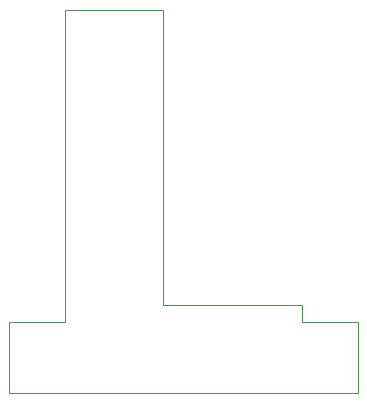
<source format=gm1>
G04 #@! TF.FileFunction,Profile,NP*
%FSLAX46Y46*%
G04 Gerber Fmt 4.6, Leading zero omitted, Abs format (unit mm)*
G04 Created by KiCad (PCBNEW 4.0.0-rc2-stable) date 3/3/2016 3:45:44 PM*
%MOMM*%
G01*
G04 APERTURE LIST*
%ADD10C,0.150000*%
%ADD11C,0.100000*%
G04 APERTURE END LIST*
D10*
D11*
X71440000Y-51160000D02*
X51330000Y-51160000D01*
X51330000Y-51160000D02*
X51330000Y-51150000D01*
X51330000Y-51150000D02*
X46630000Y-51150000D01*
X46630000Y-51150000D02*
X46630000Y-45150000D01*
X46630000Y-45150000D02*
X51330000Y-45150000D01*
X51330000Y-45150000D02*
X51330000Y-18720000D01*
X51330000Y-18720000D02*
X51330000Y-18720000D01*
X51330000Y-18720000D02*
X59670000Y-18720000D01*
X59670000Y-18720000D02*
X59670000Y-18720000D01*
X59670000Y-18720000D02*
X59670000Y-43690000D01*
X59670000Y-43690000D02*
X71440000Y-43690000D01*
X71440000Y-43690000D02*
X71440000Y-43690000D01*
X71440000Y-43690000D02*
X71440000Y-45150000D01*
X71440000Y-45150000D02*
X76140000Y-45150000D01*
X76140000Y-45150000D02*
X76140000Y-51150000D01*
X76140000Y-51150000D02*
X71440000Y-51150000D01*
X71440000Y-51150000D02*
X71440000Y-51160000D01*
X71440000Y-51160000D02*
X71440000Y-51160000D01*
X71440000Y-51160000D02*
X71440000Y-51160000D01*
M02*

</source>
